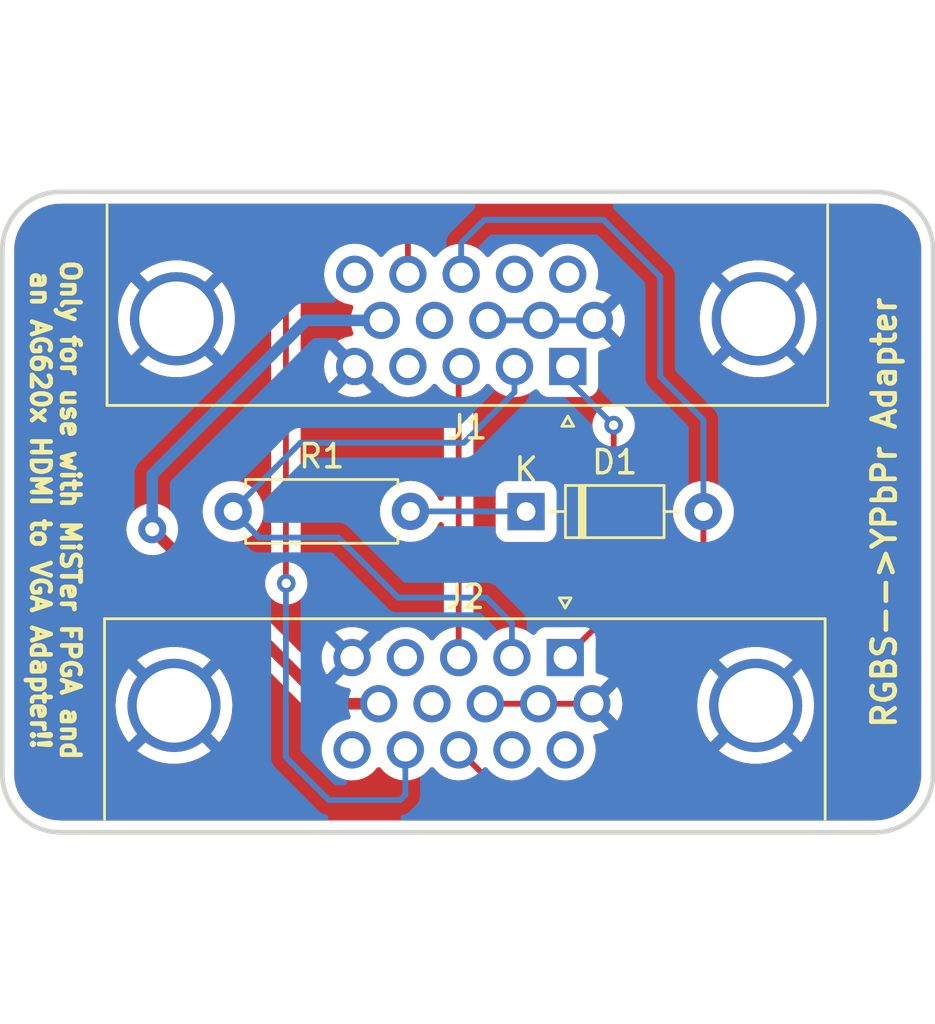
<source format=kicad_pcb>
(kicad_pcb (version 20211014) (generator pcbnew)
  (layers (0 "F.Cu" signal) (31 "B.Cu" signal) (34 "B.Paste" user) (35 "F.Paste" user) (36 "B.SilkS" user "B.Silkscreen") (37 "F.SilkS" user "F.Silkscreen") (38 "B.Mask" user) (39 "F.Mask" user) (44 "Edge.Cuts" user))
  (net 0 "")
  (net 1 "Net-(D1-Pad1)")
  (net 2 "HSync")
  (net 3 "GND")
  (net 4 "Red")
  (net 5 "Green")
  (net 6 "Blue")
  (net 9 "Sync Ground")
  (net 12 "VSync")
  (footprint "Connector_Dsub:DSUB-15-HD_Male_Horizontal_P2.29x1.98mm_EdgePinOffset3.03mm_Housed_MountingHolesOffset4.94mm" (layer "F.Cu") (at 149.3 82.5 180)
    (fp_text reference "J1" (at 4.315 -2.61) (layer "F.SilkS"))
    (fp_text value "DB15_Male_HighDensity_MountingHoles")
    (fp_line (start 0.25 -2.564338) (end 0 -2.131325) (layer "F.SilkS") (width 0.12))
    (fp_line (start 19.8 -1.67) (end 19.8 6.93) (layer "F.SilkS") (width 0.12))
    (fp_line (start 0 -2.131325) (end -0.25 -2.564338) (layer "F.SilkS") (width 0.12))
    (fp_line (start -11.17 6.93) (end -11.17 -1.67) (layer "F.SilkS") (width 0.12))
    (fp_line (start -11.17 -1.67) (end 19.8 -1.67) (layer "F.SilkS") (width 0.12))
    (fp_line (start -0.25 -2.564338) (end 0.25 -2.564338) (layer "F.SilkS") (width 0.12))
    (pad "0" thru_hole circle (at -8.185 2.05 180) (size 4 4) (drill 3.2) (layers *.Cu *.Mask) (net 3 "GND"))
    (pad "0" thru_hole circle (at 16.815 2.05 180) (size 4 4) (drill 3.2) (layers *.Cu *.Mask) (net 3 "GND"))
    (pad "1" thru_hole rect (at 0 0 180) (size 1.6 1.6) (drill 1) (layers *.Cu *.Mask) (net 4 "Red"))
    (pad "2" thru_hole circle (at 2.29 0 180) (size 1.6 1.6) (drill 1) (layers *.Cu *.Mask) (net 5 "Green"))
    (pad "3" thru_hole circle (at 4.58 0 180) (size 1.6 1.6) (drill 1) (layers *.Cu *.Mask) (net 6 "Blue"))
    (pad "4" thru_hole circle (at 6.87 0 180) (size 1.6 1.6) (drill 1) (layers *.Cu *.Mask))
    (pad "5" thru_hole circle (at 9.16 0 180) (size 1.6 1.6) (drill 1) (layers *.Cu *.Mask) (net 3 "GND"))
    (pad "6" thru_hole circle (at -1.145 1.98 180) (size 1.6 1.6) (drill 1) (layers *.Cu *.Mask) (net 3 "GND"))
    (pad "7" thru_hole circle (at 1.145 1.98 180) (size 1.6 1.6) (drill 1) (layers *.Cu *.Mask) (net 3 "GND"))
    (pad "8" thru_hole circle (at 3.435 1.98 180) (size 1.6 1.6) (drill 1) (layers *.Cu *.Mask) (net 3 "GND"))
    (pad "9" thru_hole circle (at 5.725 1.98 180) (size 1.6 1.6) (drill 1) (layers *.Cu *.Mask))
    (pad "10" thru_hole circle (at 8.015 1.98 180) (size 1.6 1.6) (drill 1) (layers *.Cu *.Mask) (net 9 "Sync Ground"))
    (pad "11" thru_hole circle (at 0 3.96 180) (size 1.6 1.6) (drill 1) (layers *.Cu *.Mask))
    (pad "12" thru_hole circle (at 2.29 3.96 180) (size 1.6 1.6) (drill 1) (layers *.Cu *.Mask))
    (pad "13" thru_hole circle (at 4.58 3.96 180) (size 1.6 1.6) (drill 1) (layers *.Cu *.Mask) (net 2 "HSync"))
    (pad "14" thru_hole circle (at 6.87 3.96 180) (size 1.6 1.6) (drill 1) (layers *.Cu *.Mask) (net 12 "VSync"))
    (pad "15" thru_hole circle (at 9.16 3.96 180) (size 1.6 1.6) (drill 1) (layers *.Cu *.Mask))
  )
  (footprint "Connector_Dsub:DSUB-15-HD_Female_Horizontal_P2.29x1.98mm_EdgePinOffset3.03mm_Housed_MountingHolesOffset4.94mm" (layer "F.Cu") (at 149.191 95)
    (fp_text reference "J2" (at -4.315 -2.61) (layer "F.SilkS"))
    (fp_text value "DB15_Female_HighDensity_MountingHoles")
    (fp_line (start 0 -2.131325) (end -0.25 -2.564338) (layer "F.SilkS") (width 0.12))
    (fp_line (start -19.8 6.93) (end -19.8 -1.67) (layer "F.SilkS") (width 0.12))
    (fp_line (start 0.25 -2.564338) (end 0 -2.131325) (layer "F.SilkS") (width 0.12))
    (fp_line (start -0.25 -2.564338) (end 0.25 -2.564338) (layer "F.SilkS") (width 0.12))
    (fp_line (start 11.17 -1.67) (end 11.17 6.93) (layer "F.SilkS") (width 0.12))
    (fp_line (start -19.8 -1.67) (end 11.17 -1.67) (layer "F.SilkS") (width 0.12))
    (pad "0" thru_hole circle (at -16.815 2.05) (size 4 4) (drill 3.2) (layers *.Cu *.Mask) (net 3 "GND"))
    (pad "0" thru_hole circle (at 8.185 2.05) (size 4 4) (drill 3.2) (layers *.Cu *.Mask) (net 3 "GND"))
    (pad "1" thru_hole rect (at 0 0) (size 1.6 1.6) (drill 1) (layers *.Cu *.Mask) (net 4 "Red"))
    (pad "2" thru_hole circle (at -2.29 0) (size 1.6 1.6) (drill 1) (layers *.Cu *.Mask) (net 5 "Green"))
    (pad "3" thru_hole circle (at -4.58 0) (size 1.6 1.6) (drill 1) (layers *.Cu *.Mask) (net 6 "Blue"))
    (pad "4" thru_hole circle (at -6.87 0) (size 1.6 1.6) (drill 1) (layers *.Cu *.Mask))
    (pad "5" thru_hole circle (at -9.16 0) (size 1.6 1.6) (drill 1) (layers *.Cu *.Mask) (net 3 "GND"))
    (pad "6" thru_hole circle (at 1.145 1.98) (size 1.6 1.6) (drill 1) (layers *.Cu *.Mask) (net 3 "GND"))
    (pad "7" thru_hole circle (at -1.145 1.98) (size 1.6 1.6) (drill 1) (layers *.Cu *.Mask) (net 3 "GND"))
    (pad "8" thru_hole circle (at -3.435 1.98) (size 1.6 1.6) (drill 1) (layers *.Cu *.Mask) (net 3 "GND"))
    (pad "9" thru_hole circle (at -5.725 1.98) (size 1.6 1.6) (drill 1) (layers *.Cu *.Mask))
    (pad "10" thru_hole circle (at -8.015 1.98) (size 1.6 1.6) (drill 1) (layers *.Cu *.Mask) (net 9 "Sync Ground"))
    (pad "11" thru_hole circle (at 0 3.96) (size 1.6 1.6) (drill 1) (layers *.Cu *.Mask))
    (pad "12" thru_hole circle (at -2.29 3.96) (size 1.6 1.6) (drill 1) (layers *.Cu *.Mask))
    (pad "13" thru_hole circle (at -4.58 3.96) (size 1.6 1.6) (drill 1) (layers *.Cu *.Mask) (net 2 "HSync"))
    (pad "14" thru_hole circle (at -6.87 3.96) (size 1.6 1.6) (drill 1) (layers *.Cu *.Mask) (net 12 "VSync"))
    (pad "15" thru_hole circle (at -9.16 3.96) (size 1.6 1.6) (drill 1) (layers *.Cu *.Mask))
  )
  (footprint "Resistor_THT:R_Axial_DIN0207_L6.3mm_D2.5mm_P7.62mm_Horizontal" (layer "F.Cu") (at 134.918248 88.720574)
    (fp_text reference "R1" (at 3.81 -2.37) (layer "F.SilkS"))
    (fp_text value "330Ω")
    (fp_line (start 0.54 -1.04) (end 0.54 -1.37) (layer "F.SilkS") (width 0.12))
    (fp_line (start 7.08 -1.37) (end 7.08 -1.04) (layer "F.SilkS") (width 0.12))
    (fp_line (start 0.54 -1.37) (end 7.08 -1.37) (layer "F.SilkS") (width 0.12))
    (fp_line (start 7.08 1.37) (end 7.08 1.04) (layer "F.SilkS") (width 0.12))
    (fp_line (start 0.54 1.37) (end 7.08 1.37) (layer "F.SilkS") (width 0.12))
    (fp_line (start 0.54 1.04) (end 0.54 1.37) (layer "F.SilkS") (width 0.12))
    (pad "1" thru_hole circle (at 0 0) (size 1.6 1.6) (drill 0.8) (layers *.Cu *.Mask) (net 5 "Green"))
    (pad "2" thru_hole oval (at 7.62 0) (size 1.6 1.6) (drill 0.8) (layers *.Cu *.Mask) (net 1 "Net-(D1-Pad1)"))
  )
  (footprint "Diode_THT:D_DO-35_SOD27_P7.62mm_Horizontal" (layer "F.Cu") (at 147.509652 88.728248)
    (fp_text reference "D1" (at 3.81 -2.12) (layer "F.SilkS"))
    (fp_text value "1N4148")
    (fp_text user "K" (at 0 -1.8) (layer "F.SilkS"))
    (fp_line (start 5.93 1.12) (end 5.93 -1.12) (layer "F.SilkS") (width 0.12))
    (fp_line (start 2.53 -1.12) (end 2.53 1.12) (layer "F.SilkS") (width 0.12))
    (fp_line (start 2.29 -1.12) (end 2.29 1.12) (layer "F.SilkS") (width 0.12))
    (fp_line (start 1.04 0) (end 1.69 0) (layer "F.SilkS") (width 0.12))
    (fp_line (start 5.93 -1.12) (end 1.69 -1.12) (layer "F.SilkS") (width 0.12))
    (fp_line (start 2.41 -1.12) (end 2.41 1.12) (layer "F.SilkS") (width 0.12))
    (fp_line (start 1.69 1.12) (end 5.93 1.12) (layer "F.SilkS") (width 0.12))
    (fp_line (start 1.69 -1.12) (end 1.69 1.12) (layer "F.SilkS") (width 0.12))
    (fp_line (start 6.58 0) (end 5.93 0) (layer "F.SilkS") (width 0.12))
    (pad "1" thru_hole rect (at 0 0) (size 1.6 1.6) (drill 0.8) (layers *.Cu *.Mask) (net 1 "Net-(D1-Pad1)"))
    (pad "2" thru_hole oval (at 7.62 0) (size 1.6 1.6) (drill 0.8) (layers *.Cu *.Mask) (net 2 "HSync"))
  )
  (gr_arc (start 125 77.5) (mid 125.732233 75.732233) (end 127.5 75) (layer "Edge.Cuts") (width 0.2))
  (gr_arc (start 165 100) (mid 164.267767 101.767767) (end 162.5 102.5) (layer "Edge.Cuts") (width 0.2))
  (gr_arc (start 162.5 75) (mid 164.267767 75.732233) (end 165 77.5) (layer "Edge.Cuts") (width 0.2))
  (gr_arc (start 127.5 102.5) (mid 125.732233 101.767767) (end 125 100) (layer "Edge.Cuts") (width 0.2))
  (gr_line (start 165 77.5) (end 165 100) (layer "Edge.Cuts") (width 0.2))
  (gr_line (start 162.5 102.5) (end 127.5 102.5) (layer "Edge.Cuts") (width 0.2))
  (gr_line (start 127.5 75) (end 162.5 75) (layer "Edge.Cuts") (width 0.2))
  (gr_line (start 125 100) (end 125 77.5) (layer "Edge.Cuts") (width 0.2))
  (gr_text "Only for use with MiSTer FPGA and\nan AG620x HDMI to VGA Adapter!!" (at 127.280831 88.669397 270) (layer "F.SilkS") (effects (font (size 0.8 0.8) (thickness 0.2))))
  (gr_text "RGBS-->YPbPr Adapter" (at 162.90003 88.771751 90) (layer "F.SilkS") (effects (font (size 1 1) (thickness 0.2))))
  (segment (start 147.501978 88.720574) (end 147.509652 88.728248) (width 0.25) (layer "B.Cu") (net 1))
  (segment (start 142.538248 88.720574) (end 147.501978 88.720574) (width 0.25) (layer "B.Cu") (net 1))
  (segment (start 155.129652 93.209937) (end 155.129652 88.8579) (width 0.25) (layer "F.Cu") (net 2))
  (segment (start 153.296086 95.043503) (end 155.129652 93.209937) (width 0.25) (layer "F.Cu") (net 2))
  (segment (start 150.202721 100.707092) (end 153.296086 97.613727) (width 0.25) (layer "F.Cu") (net 2))
  (segment (start 153.296086 97.613727) (end 153.296086 95.043503) (width 0.25) (layer "F.Cu") (net 2))
  (segment (start 144.611 98.96) (end 146.358092 100.707092) (width 0.25) (layer "F.Cu") (net 2))
  (segment (start 155.129652 88.8579) (end 155 88.728248) (width 0.25) (layer "F.Cu") (net 2))
  (segment (start 146.358092 100.707092) (end 150.202721 100.707092) (width 0.25) (layer "F.Cu") (net 2))
  (segment (start 155.129652 88.728248) (end 155.129652 84.796054) (width 0.25) (layer "B.Cu") (net 2))
  (segment (start 150.837603 76.201528) (end 145.715214 76.201528) (width 0.25) (layer "B.Cu") (net 2))
  (segment (start 153.271354 78.635279) (end 150.837603 76.201528) (width 0.25) (layer "B.Cu") (net 2))
  (segment (start 153.271354 82.937756) (end 153.271354 78.635279) (width 0.25) (layer "B.Cu") (net 2))
  (segment (start 144.72 77.196742) (end 144.72 78.54) (width 0.25) (layer "B.Cu") (net 2))
  (segment (start 145.715214 76.201528) (end 144.72 77.196742) (width 0.25) (layer "B.Cu") (net 2))
  (segment (start 155.129652 84.796054) (end 153.271354 82.937756) (width 0.25) (layer "B.Cu") (net 2))
  (segment (start 150.406 97.05) (end 150.336 96.98) (width 0.25) (layer "F.Cu") (net 3))
  (segment (start 145.756 96.98) (end 148.046 96.98) (width 0.25) (layer "F.Cu") (net 3))
  (segment (start 157.415 80.52) (end 157.485 80.45) (width 0.25) (layer "F.Cu") (net 3))
  (segment (start 150.336 96.98) (end 148.046 96.98) (width 0.25) (layer "F.Cu") (net 3))
  (segment (start 148.155 80.52) (end 145.865 80.52) (width 0.25) (layer "B.Cu") (net 3))
  (segment (start 157.376 80.559) (end 157.485 80.45) (width 0.25) (layer "B.Cu") (net 3))
  (segment (start 150.445 80.52) (end 148.155 80.52) (width 0.25) (layer "B.Cu") (net 3))
  (segment (start 151.271751 85.01877) (end 151.273738 85.020757) (width 0.25) (layer "F.Cu") (net 4))
  (segment (start 151.273738 92.917262) (end 149.191 95) (width 0.25) (layer "F.Cu") (net 4))
  (segment (start 151.273738 85.020757) (end 151.273738 92.917262) (width 0.25) (layer "F.Cu") (net 4))
  (via (at 151.271751 85.01877) (size 0.8) (drill 0.4) (layers "F.Cu" "B.Cu") (net 4))
  (segment (start 149.3 83.047019) (end 149.3 82.5) (width 0.25) (layer "B.Cu") (net 4))
  (segment (start 151.271751 85.01877) (end 149.3 83.047019) (width 0.25) (layer "B.Cu") (net 4))
  (segment (start 142.012962 92.422378) (end 145.800061 92.422378) (width 0.25) (layer "B.Cu") (net 5))
  (segment (start 139.435669 89.845085) (end 142.012962 92.422378) (width 0.25) (layer "B.Cu") (net 5))
  (segment (start 134.918248 88.720574) (end 134.918248 88.667566) (width 0.25) (layer "B.Cu") (net 5))
  (segment (start 145.800061 92.422378) (end 146.901 93.523317) (width 0.25) (layer "B.Cu") (net 5))
  (segment (start 137.812473 85.773341) (end 144.840782 85.773341) (width 0.25) (layer "B.Cu") (net 5))
  (segment (start 134.918248 88.667566) (end 137.812473 85.773341) (width 0.25) (layer "B.Cu") (net 5))
  (segment (start 134.918248 88.720574) (end 136.042759 89.845085) (width 0.25) (layer "B.Cu") (net 5))
  (segment (start 147.01 83.604123) (end 147.01 82.5) (width 0.25) (layer "B.Cu") (net 5))
  (segment (start 146.901 93.523317) (end 146.901 95) (width 0.25) (layer "B.Cu") (net 5))
  (segment (start 144.840782 85.773341) (end 147.01 83.604123) (width 0.25) (layer "B.Cu") (net 5))
  (segment (start 136.042759 89.845085) (end 139.435669 89.845085) (width 0.25) (layer "B.Cu") (net 5))
  (segment (start 144.611 95) (end 144.611 82.609) (width 0.25) (layer "F.Cu") (net 6))
  (segment (start 144.611 82.609) (end 144.72 82.5) (width 0.25) (layer "F.Cu") (net 6))
  (segment (start 141.176 96.98) (end 138.934999 96.98) (width 0.5) (layer "F.Cu") (net 9))
  (segment (start 138.934999 96.98) (end 131.443228 89.488229) (width 0.5) (layer "F.Cu") (net 9))
  (via (at 131.443228 89.488229) (size 1.2) (drill 0.6) (layers "F.Cu" "B.Cu") (net 9))
  (segment (start 138.057315 80.52) (end 141.285 80.52) (width 0.5) (layer "B.Cu") (net 9))
  (segment (start 131.443228 87.134087) (end 138.057315 80.52) (width 0.5) (layer "B.Cu") (net 9))
  (segment (start 131.443228 89.488229) (end 131.443228 87.134087) (width 0.5) (layer "B.Cu") (net 9))
  (segment (start 141.861143 76.445765) (end 142.43 77.014622) (width 0.25) (layer "F.Cu") (net 12))
  (segment (start 137.186976 91.792907) (end 137.186976 78.663436) (width 0.25) (layer "F.Cu") (net 12))
  (segment (start 139.404647 76.445765) (end 141.861143 76.445765) (width 0.25) (layer "F.Cu") (net 12))
  (segment (start 137.186976 78.663436) (end 139.404647 76.445765) (width 0.25) (layer "F.Cu") (net 12))
  (segment (start 137.202323 91.808254) (end 137.186976 91.792907) (width 0.25) (layer "F.Cu") (net 12))
  (segment (start 142.43 77.014622) (end 142.43 78.54) (width 0.25) (layer "F.Cu") (net 12))
  (via (at 137.202323 91.808254) (size 0.8) (drill 0.4) (layers "F.Cu" "B.Cu") (net 12))
  (segment (start 142.094558 101.114521) (end 142.321 100.888079) (width 0.25) (layer "B.Cu") (net 12))
  (segment (start 142.321 100.888079) (end 142.321 98.96) (width 0.25) (layer "B.Cu") (net 12))
  (segment (start 137.202323 91.808254) (end 137.186976 91.823601) (width 0.25) (layer "B.Cu") (net 12))
  (segment (start 137.186976 91.823601) (end 137.186976 99.27756) (width 0.25) (layer "B.Cu") (net 12))
  (segment (start 137.186976 99.27756) (end 139.023937 101.114521) (width 0.25) (layer "B.Cu") (net 12))
  (segment (start 139.023937 101.114521) (end 142.094558 101.114521) (width 0.25) (layer "B.Cu") (net 12))
  (zone (net 3) (net_name "GND") (layer "F.Cu") (connect_pads (clearance 0.508)) (min_thickness 0.254) (fill yes (thermal_gap 0.508) (thermal_bridge_width 0.508))
    (polygon (pts (xy 165 102.5) (xy 125 102.5) (xy 125 75) (xy 165 75)))
  )
  (zone (net 3) (net_name "GND") (layer "B.Cu") (connect_pads (clearance 0.508)) (min_thickness 0.254) (fill yes (thermal_gap 0.508) (thermal_bridge_width 0.508))
    (polygon (pts (xy 165 102.5) (xy 125 102.5) (xy 125 75) (xy 165 75)))
  )
)
</source>
